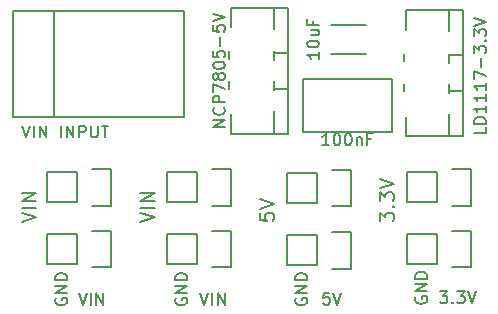
<source format=gto>
G04 #@! TF.FileFunction,Legend,Top*
%FSLAX46Y46*%
G04 Gerber Fmt 4.6, Leading zero omitted, Abs format (unit mm)*
G04 Created by KiCad (PCBNEW 4.0.1-3.201512221402+6198~38~ubuntu14.04.1-stable) date Sat 30 Jul 2016 07:16:47 PM PDT*
%MOMM*%
G01*
G04 APERTURE LIST*
%ADD10C,0.100000*%
%ADD11C,0.200000*%
%ADD12C,0.203200*%
%ADD13C,0.150000*%
G04 APERTURE END LIST*
D10*
D11*
X129035257Y-104539828D02*
X129035257Y-103796971D01*
X129492400Y-104196971D01*
X129492400Y-104025543D01*
X129549543Y-103911257D01*
X129606686Y-103854114D01*
X129720971Y-103796971D01*
X130006686Y-103796971D01*
X130120971Y-103854114D01*
X130178114Y-103911257D01*
X130235257Y-104025543D01*
X130235257Y-104368400D01*
X130178114Y-104482686D01*
X130120971Y-104539828D01*
X130120971Y-103282686D02*
X130178114Y-103225543D01*
X130235257Y-103282686D01*
X130178114Y-103339829D01*
X130120971Y-103282686D01*
X130235257Y-103282686D01*
X129035257Y-102825542D02*
X129035257Y-102082685D01*
X129492400Y-102482685D01*
X129492400Y-102311257D01*
X129549543Y-102196971D01*
X129606686Y-102139828D01*
X129720971Y-102082685D01*
X130006686Y-102082685D01*
X130120971Y-102139828D01*
X130178114Y-102196971D01*
X130235257Y-102311257D01*
X130235257Y-102654114D01*
X130178114Y-102768400D01*
X130120971Y-102825542D01*
X129035257Y-101739828D02*
X130235257Y-101339828D01*
X129035257Y-100939828D01*
X118875257Y-103854114D02*
X118875257Y-104425543D01*
X119446686Y-104482686D01*
X119389543Y-104425543D01*
X119332400Y-104311257D01*
X119332400Y-104025543D01*
X119389543Y-103911257D01*
X119446686Y-103854114D01*
X119560971Y-103796971D01*
X119846686Y-103796971D01*
X119960971Y-103854114D01*
X120018114Y-103911257D01*
X120075257Y-104025543D01*
X120075257Y-104311257D01*
X120018114Y-104425543D01*
X119960971Y-104482686D01*
X118875257Y-103454114D02*
X120075257Y-103054114D01*
X118875257Y-102654114D01*
X108766057Y-104596971D02*
X109966057Y-104196971D01*
X108766057Y-103796971D01*
X109966057Y-103396972D02*
X108766057Y-103396972D01*
X109966057Y-102825543D02*
X108766057Y-102825543D01*
X109966057Y-102139828D01*
X108766057Y-102139828D01*
X98758457Y-104596971D02*
X99958457Y-104196971D01*
X98758457Y-103796971D01*
X99958457Y-103396972D02*
X98758457Y-103396972D01*
X99958457Y-102825543D02*
X98758457Y-102825543D01*
X99958457Y-102139828D01*
X98758457Y-102139828D01*
D12*
X124774476Y-110568619D02*
X124290667Y-110568619D01*
X124242286Y-111052429D01*
X124290667Y-111004048D01*
X124387429Y-110955667D01*
X124629333Y-110955667D01*
X124726095Y-111004048D01*
X124774476Y-111052429D01*
X124822857Y-111149190D01*
X124822857Y-111391095D01*
X124774476Y-111487857D01*
X124726095Y-111536238D01*
X124629333Y-111584619D01*
X124387429Y-111584619D01*
X124290667Y-111536238D01*
X124242286Y-111487857D01*
X125113143Y-110568619D02*
X125451810Y-111584619D01*
X125790476Y-110568619D01*
X132080000Y-110935105D02*
X132031619Y-111031867D01*
X132031619Y-111177010D01*
X132080000Y-111322152D01*
X132176762Y-111418914D01*
X132273524Y-111467295D01*
X132467048Y-111515676D01*
X132612190Y-111515676D01*
X132805714Y-111467295D01*
X132902476Y-111418914D01*
X132999238Y-111322152D01*
X133047619Y-111177010D01*
X133047619Y-111080248D01*
X132999238Y-110935105D01*
X132950857Y-110886724D01*
X132612190Y-110886724D01*
X132612190Y-111080248D01*
X133047619Y-110451295D02*
X132031619Y-110451295D01*
X133047619Y-109870724D01*
X132031619Y-109870724D01*
X133047619Y-109386914D02*
X132031619Y-109386914D01*
X132031619Y-109145009D01*
X132080000Y-108999867D01*
X132176762Y-108903105D01*
X132273524Y-108854724D01*
X132467048Y-108806343D01*
X132612190Y-108806343D01*
X132805714Y-108854724D01*
X132902476Y-108903105D01*
X132999238Y-108999867D01*
X133047619Y-109145009D01*
X133047619Y-109386914D01*
X134136191Y-110441619D02*
X134765143Y-110441619D01*
X134426477Y-110828667D01*
X134571619Y-110828667D01*
X134668381Y-110877048D01*
X134716762Y-110925429D01*
X134765143Y-111022190D01*
X134765143Y-111264095D01*
X134716762Y-111360857D01*
X134668381Y-111409238D01*
X134571619Y-111457619D01*
X134281334Y-111457619D01*
X134184572Y-111409238D01*
X134136191Y-111360857D01*
X135200572Y-111360857D02*
X135248953Y-111409238D01*
X135200572Y-111457619D01*
X135152191Y-111409238D01*
X135200572Y-111360857D01*
X135200572Y-111457619D01*
X135587620Y-110441619D02*
X136216572Y-110441619D01*
X135877906Y-110828667D01*
X136023048Y-110828667D01*
X136119810Y-110877048D01*
X136168191Y-110925429D01*
X136216572Y-111022190D01*
X136216572Y-111264095D01*
X136168191Y-111360857D01*
X136119810Y-111409238D01*
X136023048Y-111457619D01*
X135732763Y-111457619D01*
X135636001Y-111409238D01*
X135587620Y-111360857D01*
X136506858Y-110441619D02*
X136845525Y-111457619D01*
X137184191Y-110441619D01*
X121920000Y-111062105D02*
X121871619Y-111158867D01*
X121871619Y-111304010D01*
X121920000Y-111449152D01*
X122016762Y-111545914D01*
X122113524Y-111594295D01*
X122307048Y-111642676D01*
X122452190Y-111642676D01*
X122645714Y-111594295D01*
X122742476Y-111545914D01*
X122839238Y-111449152D01*
X122887619Y-111304010D01*
X122887619Y-111207248D01*
X122839238Y-111062105D01*
X122790857Y-111013724D01*
X122452190Y-111013724D01*
X122452190Y-111207248D01*
X122887619Y-110578295D02*
X121871619Y-110578295D01*
X122887619Y-109997724D01*
X121871619Y-109997724D01*
X122887619Y-109513914D02*
X121871619Y-109513914D01*
X121871619Y-109272009D01*
X121920000Y-109126867D01*
X122016762Y-109030105D01*
X122113524Y-108981724D01*
X122307048Y-108933343D01*
X122452190Y-108933343D01*
X122645714Y-108981724D01*
X122742476Y-109030105D01*
X122839238Y-109126867D01*
X122887619Y-109272009D01*
X122887619Y-109513914D01*
X113822238Y-110568619D02*
X114160905Y-111584619D01*
X114499571Y-110568619D01*
X114838238Y-111584619D02*
X114838238Y-110568619D01*
X115322048Y-111584619D02*
X115322048Y-110568619D01*
X115902619Y-111584619D01*
X115902619Y-110568619D01*
X111760000Y-111062105D02*
X111711619Y-111158867D01*
X111711619Y-111304010D01*
X111760000Y-111449152D01*
X111856762Y-111545914D01*
X111953524Y-111594295D01*
X112147048Y-111642676D01*
X112292190Y-111642676D01*
X112485714Y-111594295D01*
X112582476Y-111545914D01*
X112679238Y-111449152D01*
X112727619Y-111304010D01*
X112727619Y-111207248D01*
X112679238Y-111062105D01*
X112630857Y-111013724D01*
X112292190Y-111013724D01*
X112292190Y-111207248D01*
X112727619Y-110578295D02*
X111711619Y-110578295D01*
X112727619Y-109997724D01*
X111711619Y-109997724D01*
X112727619Y-109513914D02*
X111711619Y-109513914D01*
X111711619Y-109272009D01*
X111760000Y-109126867D01*
X111856762Y-109030105D01*
X111953524Y-108981724D01*
X112147048Y-108933343D01*
X112292190Y-108933343D01*
X112485714Y-108981724D01*
X112582476Y-109030105D01*
X112679238Y-109126867D01*
X112727619Y-109272009D01*
X112727619Y-109513914D01*
X101600000Y-111062105D02*
X101551619Y-111158867D01*
X101551619Y-111304010D01*
X101600000Y-111449152D01*
X101696762Y-111545914D01*
X101793524Y-111594295D01*
X101987048Y-111642676D01*
X102132190Y-111642676D01*
X102325714Y-111594295D01*
X102422476Y-111545914D01*
X102519238Y-111449152D01*
X102567619Y-111304010D01*
X102567619Y-111207248D01*
X102519238Y-111062105D01*
X102470857Y-111013724D01*
X102132190Y-111013724D01*
X102132190Y-111207248D01*
X102567619Y-110578295D02*
X101551619Y-110578295D01*
X102567619Y-109997724D01*
X101551619Y-109997724D01*
X102567619Y-109513914D02*
X101551619Y-109513914D01*
X101551619Y-109272009D01*
X101600000Y-109126867D01*
X101696762Y-109030105D01*
X101793524Y-108981724D01*
X101987048Y-108933343D01*
X102132190Y-108933343D01*
X102325714Y-108981724D01*
X102422476Y-109030105D01*
X102519238Y-109126867D01*
X102567619Y-109272009D01*
X102567619Y-109513914D01*
X103535238Y-110568619D02*
X103873905Y-111584619D01*
X104212571Y-110568619D01*
X104551238Y-111584619D02*
X104551238Y-110568619D01*
X105035048Y-111584619D02*
X105035048Y-110568619D01*
X105615619Y-111584619D01*
X105615619Y-110568619D01*
D13*
X134937500Y-97345500D02*
X134937500Y-95440500D01*
X134937500Y-92900500D02*
X134937500Y-93662500D01*
X134937500Y-90487500D02*
X134937500Y-90360500D01*
X134937500Y-90487500D02*
X134937500Y-91122500D01*
X134937500Y-86677500D02*
X134937500Y-88455500D01*
X131254500Y-86677500D02*
X131254500Y-88328500D01*
X131127500Y-90995500D02*
X131127500Y-90360500D01*
X131127500Y-93535500D02*
X131127500Y-92900500D01*
X131254500Y-97345500D02*
X131254500Y-95694500D01*
X136080500Y-90487500D02*
X134937500Y-90487500D01*
X136080500Y-93535500D02*
X134937500Y-93535500D01*
X134937500Y-97345500D02*
X131254500Y-97345500D01*
X131254500Y-86677500D02*
X134937500Y-86677500D01*
X136080500Y-97345500D02*
X134937500Y-97345500D01*
X134937500Y-86677500D02*
X136080500Y-86677500D01*
X136080500Y-92011500D02*
X136080500Y-86677500D01*
X136080500Y-92011500D02*
X136080500Y-97345500D01*
X101462840Y-86685120D02*
X101462840Y-95686880D01*
X97962720Y-86685120D02*
X97962720Y-95686880D01*
X97962720Y-95686880D02*
X112463580Y-95686880D01*
X112463580Y-95686880D02*
X112463580Y-86685120D01*
X112463580Y-86685120D02*
X97962720Y-86685120D01*
X133921500Y-102933500D02*
X131381500Y-102933500D01*
X136741500Y-103213500D02*
X135191500Y-103213500D01*
X133921500Y-102933500D02*
X133921500Y-100393500D01*
X135191500Y-100113500D02*
X136741500Y-100113500D01*
X136741500Y-100113500D02*
X136741500Y-103213500D01*
X133921500Y-100393500D02*
X131381500Y-100393500D01*
X131381500Y-100393500D02*
X131381500Y-102933500D01*
X123761500Y-102997000D02*
X121221500Y-102997000D01*
X126581500Y-103277000D02*
X125031500Y-103277000D01*
X123761500Y-102997000D02*
X123761500Y-100457000D01*
X125031500Y-100177000D02*
X126581500Y-100177000D01*
X126581500Y-100177000D02*
X126581500Y-103277000D01*
X123761500Y-100457000D02*
X121221500Y-100457000D01*
X121221500Y-100457000D02*
X121221500Y-102997000D01*
X113601500Y-102933500D02*
X111061500Y-102933500D01*
X116421500Y-103213500D02*
X114871500Y-103213500D01*
X113601500Y-102933500D02*
X113601500Y-100393500D01*
X114871500Y-100113500D02*
X116421500Y-100113500D01*
X116421500Y-100113500D02*
X116421500Y-103213500D01*
X113601500Y-100393500D02*
X111061500Y-100393500D01*
X111061500Y-100393500D02*
X111061500Y-102933500D01*
X103441500Y-102933500D02*
X100901500Y-102933500D01*
X106261500Y-103213500D02*
X104711500Y-103213500D01*
X103441500Y-102933500D02*
X103441500Y-100393500D01*
X104711500Y-100113500D02*
X106261500Y-100113500D01*
X106261500Y-100113500D02*
X106261500Y-103213500D01*
X103441500Y-100393500D02*
X100901500Y-100393500D01*
X100901500Y-100393500D02*
X100901500Y-102933500D01*
X120116600Y-97129600D02*
X120116600Y-95224600D01*
X120116600Y-92684600D02*
X120116600Y-93446600D01*
X120116600Y-90271600D02*
X120116600Y-90144600D01*
X120116600Y-90271600D02*
X120116600Y-90906600D01*
X120116600Y-86461600D02*
X120116600Y-88239600D01*
X116433600Y-86461600D02*
X116433600Y-88112600D01*
X116306600Y-90779600D02*
X116306600Y-90144600D01*
X116306600Y-93319600D02*
X116306600Y-92684600D01*
X116433600Y-97129600D02*
X116433600Y-95478600D01*
X121259600Y-90271600D02*
X120116600Y-90271600D01*
X121259600Y-93319600D02*
X120116600Y-93319600D01*
X120116600Y-97129600D02*
X116433600Y-97129600D01*
X116433600Y-86461600D02*
X120116600Y-86461600D01*
X121259600Y-97129600D02*
X120116600Y-97129600D01*
X120116600Y-86461600D02*
X121259600Y-86461600D01*
X121259600Y-91795600D02*
X121259600Y-86461600D01*
X121259600Y-91795600D02*
X121259600Y-97129600D01*
X130075000Y-96992000D02*
X122575000Y-96992000D01*
X122575000Y-96992000D02*
X122575000Y-92492000D01*
X122575000Y-92492000D02*
X130075000Y-92492000D01*
X130075000Y-92492000D02*
X130075000Y-96992000D01*
X127885000Y-90404000D02*
X124885000Y-90404000D01*
X124885000Y-87904000D02*
X127885000Y-87904000D01*
X133921500Y-108140500D02*
X131381500Y-108140500D01*
X136741500Y-108420500D02*
X135191500Y-108420500D01*
X133921500Y-108140500D02*
X133921500Y-105600500D01*
X135191500Y-105320500D02*
X136741500Y-105320500D01*
X136741500Y-105320500D02*
X136741500Y-108420500D01*
X133921500Y-105600500D02*
X131381500Y-105600500D01*
X131381500Y-105600500D02*
X131381500Y-108140500D01*
X123761500Y-108267500D02*
X121221500Y-108267500D01*
X126581500Y-108547500D02*
X125031500Y-108547500D01*
X123761500Y-108267500D02*
X123761500Y-105727500D01*
X125031500Y-105447500D02*
X126581500Y-105447500D01*
X126581500Y-105447500D02*
X126581500Y-108547500D01*
X123761500Y-105727500D02*
X121221500Y-105727500D01*
X121221500Y-105727500D02*
X121221500Y-108267500D01*
X113601500Y-108140500D02*
X111061500Y-108140500D01*
X116421500Y-108420500D02*
X114871500Y-108420500D01*
X113601500Y-108140500D02*
X113601500Y-105600500D01*
X114871500Y-105320500D02*
X116421500Y-105320500D01*
X116421500Y-105320500D02*
X116421500Y-108420500D01*
X113601500Y-105600500D02*
X111061500Y-105600500D01*
X111061500Y-105600500D02*
X111061500Y-108140500D01*
X103441500Y-108140500D02*
X100901500Y-108140500D01*
X106261500Y-108420500D02*
X104711500Y-108420500D01*
X103441500Y-108140500D02*
X103441500Y-105600500D01*
X104711500Y-105320500D02*
X106261500Y-105320500D01*
X106261500Y-105320500D02*
X106261500Y-108420500D01*
X103441500Y-105600500D02*
X100901500Y-105600500D01*
X100901500Y-105600500D02*
X100901500Y-108140500D01*
X138018781Y-96586133D02*
X138018781Y-97062324D01*
X137018781Y-97062324D01*
X138018781Y-96252800D02*
X137018781Y-96252800D01*
X137018781Y-96014705D01*
X137066400Y-95871847D01*
X137161638Y-95776609D01*
X137256876Y-95728990D01*
X137447352Y-95681371D01*
X137590210Y-95681371D01*
X137780686Y-95728990D01*
X137875924Y-95776609D01*
X137971162Y-95871847D01*
X138018781Y-96014705D01*
X138018781Y-96252800D01*
X138018781Y-94728990D02*
X138018781Y-95300419D01*
X138018781Y-95014705D02*
X137018781Y-95014705D01*
X137161638Y-95109943D01*
X137256876Y-95205181D01*
X137304495Y-95300419D01*
X138018781Y-93776609D02*
X138018781Y-94348038D01*
X138018781Y-94062324D02*
X137018781Y-94062324D01*
X137161638Y-94157562D01*
X137256876Y-94252800D01*
X137304495Y-94348038D01*
X138018781Y-92824228D02*
X138018781Y-93395657D01*
X138018781Y-93109943D02*
X137018781Y-93109943D01*
X137161638Y-93205181D01*
X137256876Y-93300419D01*
X137304495Y-93395657D01*
X137018781Y-92490895D02*
X137018781Y-91824228D01*
X138018781Y-92252800D01*
X137637829Y-91443276D02*
X137637829Y-90681371D01*
X137018781Y-90300419D02*
X137018781Y-89681371D01*
X137399733Y-90014705D01*
X137399733Y-89871847D01*
X137447352Y-89776609D01*
X137494971Y-89728990D01*
X137590210Y-89681371D01*
X137828305Y-89681371D01*
X137923543Y-89728990D01*
X137971162Y-89776609D01*
X138018781Y-89871847D01*
X138018781Y-90157562D01*
X137971162Y-90252800D01*
X137923543Y-90300419D01*
X137923543Y-89252800D02*
X137971162Y-89205181D01*
X138018781Y-89252800D01*
X137971162Y-89300419D01*
X137923543Y-89252800D01*
X138018781Y-89252800D01*
X137018781Y-88871848D02*
X137018781Y-88252800D01*
X137399733Y-88586134D01*
X137399733Y-88443276D01*
X137447352Y-88348038D01*
X137494971Y-88300419D01*
X137590210Y-88252800D01*
X137828305Y-88252800D01*
X137923543Y-88300419D01*
X137971162Y-88348038D01*
X138018781Y-88443276D01*
X138018781Y-88728991D01*
X137971162Y-88824229D01*
X137923543Y-88871848D01*
X137018781Y-87967086D02*
X138018781Y-87633753D01*
X137018781Y-87300419D01*
X98769943Y-96429581D02*
X99103276Y-97429581D01*
X99436610Y-96429581D01*
X99769943Y-97429581D02*
X99769943Y-96429581D01*
X100246133Y-97429581D02*
X100246133Y-96429581D01*
X100817562Y-97429581D01*
X100817562Y-96429581D01*
X102055657Y-97429581D02*
X102055657Y-96429581D01*
X102531847Y-97429581D02*
X102531847Y-96429581D01*
X103103276Y-97429581D01*
X103103276Y-96429581D01*
X103579466Y-97429581D02*
X103579466Y-96429581D01*
X103960419Y-96429581D01*
X104055657Y-96477200D01*
X104103276Y-96524819D01*
X104150895Y-96620057D01*
X104150895Y-96762914D01*
X104103276Y-96858152D01*
X104055657Y-96905771D01*
X103960419Y-96953390D01*
X103579466Y-96953390D01*
X104579466Y-96429581D02*
X104579466Y-97239105D01*
X104627085Y-97334343D01*
X104674704Y-97381962D01*
X104769942Y-97429581D01*
X104960419Y-97429581D01*
X105055657Y-97381962D01*
X105103276Y-97334343D01*
X105150895Y-97239105D01*
X105150895Y-96429581D01*
X105484228Y-96429581D02*
X106055657Y-96429581D01*
X105769942Y-97429581D02*
X105769942Y-96429581D01*
X115913981Y-96509886D02*
X114913981Y-96509886D01*
X115913981Y-95938457D01*
X114913981Y-95938457D01*
X115818743Y-94890838D02*
X115866362Y-94938457D01*
X115913981Y-95081314D01*
X115913981Y-95176552D01*
X115866362Y-95319410D01*
X115771124Y-95414648D01*
X115675886Y-95462267D01*
X115485410Y-95509886D01*
X115342552Y-95509886D01*
X115152076Y-95462267D01*
X115056838Y-95414648D01*
X114961600Y-95319410D01*
X114913981Y-95176552D01*
X114913981Y-95081314D01*
X114961600Y-94938457D01*
X115009219Y-94890838D01*
X115913981Y-94462267D02*
X114913981Y-94462267D01*
X114913981Y-94081314D01*
X114961600Y-93986076D01*
X115009219Y-93938457D01*
X115104457Y-93890838D01*
X115247314Y-93890838D01*
X115342552Y-93938457D01*
X115390171Y-93986076D01*
X115437790Y-94081314D01*
X115437790Y-94462267D01*
X114913981Y-93557505D02*
X114913981Y-92890838D01*
X115913981Y-93319410D01*
X115342552Y-92367029D02*
X115294933Y-92462267D01*
X115247314Y-92509886D01*
X115152076Y-92557505D01*
X115104457Y-92557505D01*
X115009219Y-92509886D01*
X114961600Y-92462267D01*
X114913981Y-92367029D01*
X114913981Y-92176552D01*
X114961600Y-92081314D01*
X115009219Y-92033695D01*
X115104457Y-91986076D01*
X115152076Y-91986076D01*
X115247314Y-92033695D01*
X115294933Y-92081314D01*
X115342552Y-92176552D01*
X115342552Y-92367029D01*
X115390171Y-92462267D01*
X115437790Y-92509886D01*
X115533029Y-92557505D01*
X115723505Y-92557505D01*
X115818743Y-92509886D01*
X115866362Y-92462267D01*
X115913981Y-92367029D01*
X115913981Y-92176552D01*
X115866362Y-92081314D01*
X115818743Y-92033695D01*
X115723505Y-91986076D01*
X115533029Y-91986076D01*
X115437790Y-92033695D01*
X115390171Y-92081314D01*
X115342552Y-92176552D01*
X114913981Y-91367029D02*
X114913981Y-91271790D01*
X114961600Y-91176552D01*
X115009219Y-91128933D01*
X115104457Y-91081314D01*
X115294933Y-91033695D01*
X115533029Y-91033695D01*
X115723505Y-91081314D01*
X115818743Y-91128933D01*
X115866362Y-91176552D01*
X115913981Y-91271790D01*
X115913981Y-91367029D01*
X115866362Y-91462267D01*
X115818743Y-91509886D01*
X115723505Y-91557505D01*
X115533029Y-91605124D01*
X115294933Y-91605124D01*
X115104457Y-91557505D01*
X115009219Y-91509886D01*
X114961600Y-91462267D01*
X114913981Y-91367029D01*
X114913981Y-90128933D02*
X114913981Y-90605124D01*
X115390171Y-90652743D01*
X115342552Y-90605124D01*
X115294933Y-90509886D01*
X115294933Y-90271790D01*
X115342552Y-90176552D01*
X115390171Y-90128933D01*
X115485410Y-90081314D01*
X115723505Y-90081314D01*
X115818743Y-90128933D01*
X115866362Y-90176552D01*
X115913981Y-90271790D01*
X115913981Y-90509886D01*
X115866362Y-90605124D01*
X115818743Y-90652743D01*
X115533029Y-89652743D02*
X115533029Y-88890838D01*
X114913981Y-87938457D02*
X114913981Y-88414648D01*
X115390171Y-88462267D01*
X115342552Y-88414648D01*
X115294933Y-88319410D01*
X115294933Y-88081314D01*
X115342552Y-87986076D01*
X115390171Y-87938457D01*
X115485410Y-87890838D01*
X115723505Y-87890838D01*
X115818743Y-87938457D01*
X115866362Y-87986076D01*
X115913981Y-88081314D01*
X115913981Y-88319410D01*
X115866362Y-88414648D01*
X115818743Y-88462267D01*
X114913981Y-87605124D02*
X115913981Y-87271791D01*
X114913981Y-86938457D01*
X124741181Y-98089981D02*
X124169752Y-98089981D01*
X124455466Y-98089981D02*
X124455466Y-97089981D01*
X124360228Y-97232838D01*
X124264990Y-97328076D01*
X124169752Y-97375695D01*
X125360228Y-97089981D02*
X125455467Y-97089981D01*
X125550705Y-97137600D01*
X125598324Y-97185219D01*
X125645943Y-97280457D01*
X125693562Y-97470933D01*
X125693562Y-97709029D01*
X125645943Y-97899505D01*
X125598324Y-97994743D01*
X125550705Y-98042362D01*
X125455467Y-98089981D01*
X125360228Y-98089981D01*
X125264990Y-98042362D01*
X125217371Y-97994743D01*
X125169752Y-97899505D01*
X125122133Y-97709029D01*
X125122133Y-97470933D01*
X125169752Y-97280457D01*
X125217371Y-97185219D01*
X125264990Y-97137600D01*
X125360228Y-97089981D01*
X126312609Y-97089981D02*
X126407848Y-97089981D01*
X126503086Y-97137600D01*
X126550705Y-97185219D01*
X126598324Y-97280457D01*
X126645943Y-97470933D01*
X126645943Y-97709029D01*
X126598324Y-97899505D01*
X126550705Y-97994743D01*
X126503086Y-98042362D01*
X126407848Y-98089981D01*
X126312609Y-98089981D01*
X126217371Y-98042362D01*
X126169752Y-97994743D01*
X126122133Y-97899505D01*
X126074514Y-97709029D01*
X126074514Y-97470933D01*
X126122133Y-97280457D01*
X126169752Y-97185219D01*
X126217371Y-97137600D01*
X126312609Y-97089981D01*
X127074514Y-97423314D02*
X127074514Y-98089981D01*
X127074514Y-97518552D02*
X127122133Y-97470933D01*
X127217371Y-97423314D01*
X127360229Y-97423314D01*
X127455467Y-97470933D01*
X127503086Y-97566171D01*
X127503086Y-98089981D01*
X128312610Y-97566171D02*
X127979276Y-97566171D01*
X127979276Y-98089981D02*
X127979276Y-97089981D01*
X128455467Y-97089981D01*
X123887381Y-90175428D02*
X123887381Y-90746857D01*
X123887381Y-90461143D02*
X122887381Y-90461143D01*
X123030238Y-90556381D01*
X123125476Y-90651619D01*
X123173095Y-90746857D01*
X122887381Y-89556381D02*
X122887381Y-89461142D01*
X122935000Y-89365904D01*
X122982619Y-89318285D01*
X123077857Y-89270666D01*
X123268333Y-89223047D01*
X123506429Y-89223047D01*
X123696905Y-89270666D01*
X123792143Y-89318285D01*
X123839762Y-89365904D01*
X123887381Y-89461142D01*
X123887381Y-89556381D01*
X123839762Y-89651619D01*
X123792143Y-89699238D01*
X123696905Y-89746857D01*
X123506429Y-89794476D01*
X123268333Y-89794476D01*
X123077857Y-89746857D01*
X122982619Y-89699238D01*
X122935000Y-89651619D01*
X122887381Y-89556381D01*
X123220714Y-88365904D02*
X123887381Y-88365904D01*
X123220714Y-88794476D02*
X123744524Y-88794476D01*
X123839762Y-88746857D01*
X123887381Y-88651619D01*
X123887381Y-88508761D01*
X123839762Y-88413523D01*
X123792143Y-88365904D01*
X123363571Y-87556380D02*
X123363571Y-87889714D01*
X123887381Y-87889714D02*
X122887381Y-87889714D01*
X122887381Y-87413523D01*
M02*

</source>
